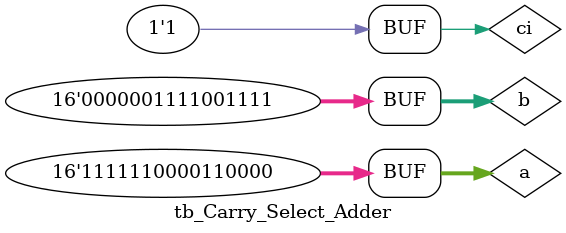
<source format=v>
module tb_Carry_Select_Adder();

reg [15:0] a, b;
reg ci;
wire [15:0] sum;
wire co;

Carry_Select_Adder cas(.a(a), .b(b), .ci(ci), .sum(sum), .co(co));

initial begin
	a <= 16'b1111_1100_0011_0000;
	b <= 16'b0000_0011_1100_1111;
	ci <= 1'b1;
end

endmodule

</source>
